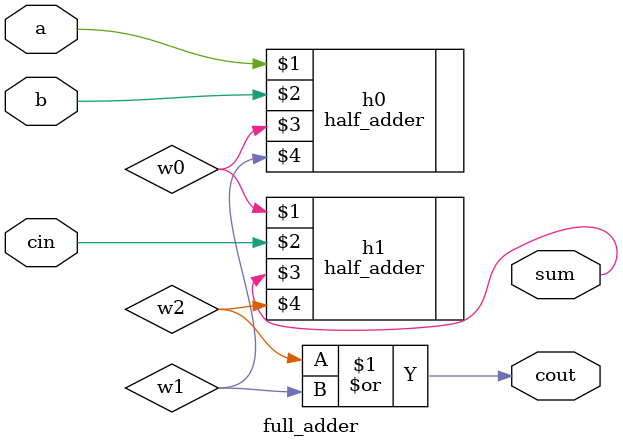
<source format=v>
`timescale 1ns / 1ps
module full_adder(
    input a,
    input b,
    input cin,
    output sum,
    output cout
    );
	
	wire w0,w1,w2;
	half_adder h0(a,b,w0,w1),
				  h1(w0,cin,sum,w2);
	or #(5) o0(cout,w2,w1);

endmodule

</source>
